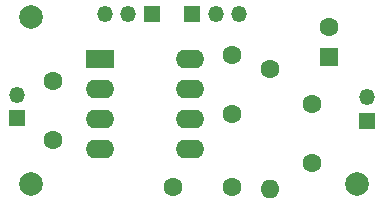
<source format=gbr>
G04 #@! TF.GenerationSoftware,KiCad,Pcbnew,5.1.6*
G04 #@! TF.CreationDate,2020-08-02T20:42:37+02:00*
G04 #@! TF.ProjectId,little_gem,6c697474-6c65-45f6-9765-6d2e6b696361,rev?*
G04 #@! TF.SameCoordinates,Original*
G04 #@! TF.FileFunction,Copper,L1,Top*
G04 #@! TF.FilePolarity,Positive*
%FSLAX46Y46*%
G04 Gerber Fmt 4.6, Leading zero omitted, Abs format (unit mm)*
G04 Created by KiCad (PCBNEW 5.1.6) date 2020-08-02 20:42:37*
%MOMM*%
%LPD*%
G01*
G04 APERTURE LIST*
G04 #@! TA.AperFunction,ComponentPad*
%ADD10C,2.000000*%
G04 #@! TD*
G04 #@! TA.AperFunction,ComponentPad*
%ADD11R,1.600000X1.600000*%
G04 #@! TD*
G04 #@! TA.AperFunction,ComponentPad*
%ADD12C,1.600000*%
G04 #@! TD*
G04 #@! TA.AperFunction,ComponentPad*
%ADD13R,1.350000X1.350000*%
G04 #@! TD*
G04 #@! TA.AperFunction,ComponentPad*
%ADD14O,1.350000X1.350000*%
G04 #@! TD*
G04 #@! TA.AperFunction,ComponentPad*
%ADD15O,1.600000X1.600000*%
G04 #@! TD*
G04 #@! TA.AperFunction,ComponentPad*
%ADD16R,2.400000X1.600000*%
G04 #@! TD*
G04 #@! TA.AperFunction,ComponentPad*
%ADD17O,2.400000X1.600000*%
G04 #@! TD*
G04 APERTURE END LIST*
D10*
X134200000Y-98600000D03*
X134200000Y-112800000D03*
X161800000Y-112800000D03*
D11*
X159400000Y-102000000D03*
D12*
X159400000Y-99500000D03*
D13*
X147800000Y-98400000D03*
D14*
X149800000Y-98400000D03*
X151800000Y-98400000D03*
X162600000Y-105400000D03*
D13*
X162600000Y-107400000D03*
D12*
X136000000Y-104000000D03*
X136000000Y-109000000D03*
X146200000Y-113000000D03*
X151200000Y-113000000D03*
X151200000Y-106800000D03*
X151200000Y-101800000D03*
X158000000Y-106000000D03*
X158000000Y-111000000D03*
X154400000Y-103000000D03*
D15*
X154400000Y-113160000D03*
D16*
X140005001Y-102195001D03*
D17*
X147625001Y-109815001D03*
X140005001Y-104735001D03*
X147625001Y-107275001D03*
X140005001Y-107275001D03*
X147625001Y-104735001D03*
X140005001Y-109815001D03*
X147625001Y-102195001D03*
D14*
X140400000Y-98400000D03*
X142400000Y-98400000D03*
D13*
X144400000Y-98400000D03*
X133000000Y-107200000D03*
D14*
X133000000Y-105200000D03*
M02*

</source>
